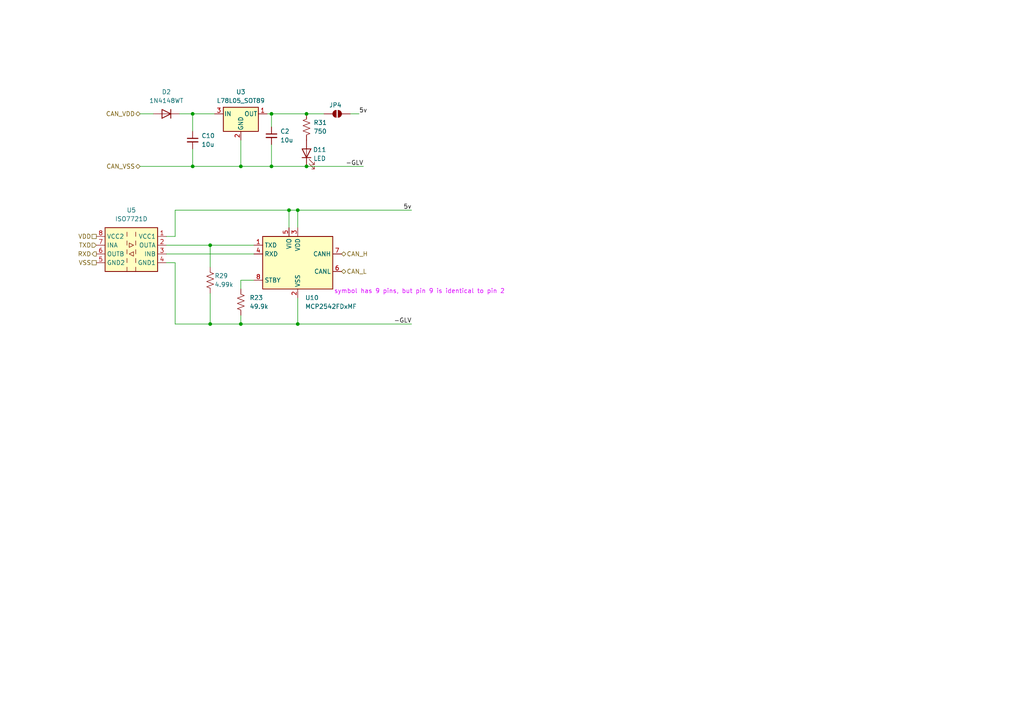
<source format=kicad_sch>
(kicad_sch (version 20250114) (generator "eeschema") (generator_version "9.0")
  (paper "A4")
  (lib_symbols
    (symbol "Device:C_Small" (pin_numbers (hide yes)) (pin_names (offset 0.254) (hide yes))
      (property "Reference" "C" (at 0.254 1.778 0))
      (property "Value" "C_Small" (at 0.254 -2.032 0))
      (symbol "C_Small_0_1"
        (polyline (pts (xy -1.524 0.508) (xy 1.524 0.508)) (stroke (width 0.3048)))
        (polyline (pts (xy -1.524 -0.508) (xy 1.524 -0.508)) (stroke (width 0.3302)))
      )
      (symbol "C_Small_1_1"
        (pin passive line (at 0 2.54 270) (length 2.032) (name "~") (number "1"))
        (pin passive line (at 0 -2.54 90) (length 2.032) (name "~") (number "2"))
      )
    )
    (symbol "Device:LED" (pin_numbers (hide yes)) (pin_names (offset 1.016) (hide yes))
      (property "Reference" "D" (at 0 2.54 0))
      (property "Value" "LED" (at 0 -2.54 0))
      (symbol "LED_0_1"
        (polyline (pts (xy -3.048 -0.762) (xy -4.572 -2.286) (xy -3.81 -2.286) (xy -4.572 -2.286) (xy -4.572 -1.524)))
        (polyline (pts (xy -1.778 -0.762) (xy -3.302 -2.286) (xy -2.54 -2.286) (xy -3.302 -2.286) (xy -3.302 -1.524)))
        (polyline (pts (xy -1.27 0) (xy 1.27 0)))
        (polyline (pts (xy -1.27 -1.27) (xy -1.27 1.27)) (stroke (width 0.254)))
        (polyline (pts (xy 1.27 -1.27) (xy 1.27 1.27) (xy -1.27 0) (xy 1.27 -1.27)) (stroke (width 0.254)))
      )
      (symbol "LED_1_1"
        (pin passive line (at -3.81 0 0) (length 2.54) (name "K") (number "1"))
        (pin passive line (at 3.81 0 180) (length 2.54) (name "A") (number "2"))
      )
    )
    (symbol "Device:R_US" (pin_numbers (hide yes)) (pin_names (offset 0))
      (property "Reference" "R" (at 2.54 0 90))
      (property "Value" "R_US" (at -2.54 0 90))
      (symbol "R_US_0_1"
        (polyline (pts (xy 0 2.286) (xy 0 2.54)))
        (polyline (pts (xy 0 2.286) (xy 1.016 1.905) (xy 0 1.524) (xy -1.016 1.143) (xy 0 0.762)))
        (polyline (pts (xy 0 0.762) (xy 1.016 0.381) (xy 0 0) (xy -1.016 -0.381) (xy 0 -0.762)))
        (polyline (pts (xy 0 -0.762) (xy 1.016 -1.143) (xy 0 -1.524) (xy -1.016 -1.905) (xy 0 -2.286)))
        (polyline (pts (xy 0 -2.286) (xy 0 -2.54)))
      )
      (symbol "R_US_1_1"
        (pin passive line (at 0 3.81 270) (length 1.27) (name "~") (number "1"))
        (pin passive line (at 0 -3.81 90) (length 1.27) (name "~") (number "2"))
      )
    )
    (symbol "Diode:1N4148WT" (pin_numbers (hide yes)) (pin_names (hide yes))
      (property "Reference" "D" (at 0 2.54 0))
      (property "Value" "1N4148WT" (at 0 -2.54 0))
      (symbol "1N4148WT_0_1"
        (polyline (pts (xy -1.27 1.27) (xy -1.27 -1.27)) (stroke (width 0.254)))
        (polyline (pts (xy 1.27 1.27) (xy 1.27 -1.27) (xy -1.27 0) (xy 1.27 1.27)) (stroke (width 0.254)))
        (polyline (pts (xy 1.27 0) (xy -1.27 0)))
      )
      (symbol "1N4148WT_1_1"
        (pin passive line (at -3.81 0 0) (length 2.54) (name "K") (number "1"))
        (pin passive line (at 3.81 0 180) (length 2.54) (name "A") (number "2"))
      )
    )
    (symbol "Interface_CAN_LIN:MCP2542FDxMF"
      (property "Reference" "U" (at -10.16 8.89 0))
      (property "Value" "MCP2542FDxMF" (at 2.54 8.89 0))
      (symbol "MCP2542FDxMF_0_1"
        (rectangle (start -10.16 7.62) (end 10.16 -7.62) (stroke (width 0.254)) (fill (type background)))
      )
      (symbol "MCP2542FDxMF_1_1"
        (pin input line (at -12.7 5.08 0) (length 2.54) (name "TXD") (number "1"))
        (pin output line (at -12.7 2.54 0) (length 2.54) (name "RXD") (number "4"))
        (pin input line (at -12.7 -5.08 0) (length 2.54) (name "STBY") (number "8"))
        (pin power_in line (at -2.54 10.16 270) (length 2.54) (name "VIO") (number "5"))
        (pin power_in line (at 0 10.16 270) (length 2.54) (name "VDD") (number "3"))
        (pin power_in line (at 0 -10.16 90) (length 2.54) (name "VSS") (number "2"))
        (pin passive line (at 0 -10.16 90) (length 2.54) (hide yes) (name "VSS") (number "9"))
        (pin bidirectional line (at 12.7 2.54 180) (length 2.54) (name "CANH") (number "7"))
        (pin bidirectional line (at 12.7 -2.54 180) (length 2.54) (name "CANL") (number "6"))
      )
    )
    (symbol "Isolator:ISO7721D"
      (property "Reference" "U" (at 0 10.795 0))
      (property "Value" "ISO7721D" (at 0 8.89 0))
      (symbol "ISO7721D_0_1"
        (rectangle (start -7.62 7.62) (end 7.62 -5.08) (stroke (width 0.254)) (fill (type background)))
        (polyline (pts (xy -1.27 6.35) (xy -1.27 5.08)))
        (polyline (pts (xy -1.27 3.81) (xy -1.27 2.54)))
        (polyline (pts (xy -1.27 1.27) (xy -1.27 0)))
        (polyline (pts (xy -1.27 -1.27) (xy -1.27 -2.54)))
        (polyline (pts (xy -1.27 -3.81) (xy -1.27 -5.08)))
        (polyline (pts (xy -0.635 2.54) (xy 0.635 3.175) (xy 0.635 1.905) (xy -0.635 2.54)))
        (polyline (pts (xy -0.635 0.635) (xy -0.635 -0.635) (xy 0.635 0) (xy -0.635 0.635)))
        (polyline (pts (xy 1.27 6.35) (xy 1.27 5.08)))
        (polyline (pts (xy 1.27 3.81) (xy 1.27 2.54)))
        (polyline (pts (xy 1.27 1.27) (xy 1.27 0)))
        (polyline (pts (xy 1.27 -1.27) (xy 1.27 -2.54)))
        (polyline (pts (xy 1.27 -3.81) (xy 1.27 -5.08)))
      )
      (symbol "ISO7721D_1_1"
        (pin power_in line (at -10.16 5.08 0) (length 2.54) (name "VCC1") (number "1"))
        (pin output line (at -10.16 2.54 0) (length 2.54) (name "OUTA") (number "2"))
        (pin input line (at -10.16 0 0) (length 2.54) (name "INB") (number "3"))
        (pin power_in line (at -10.16 -2.54 0) (length 2.54) (name "GND1") (number "4"))
        (pin power_in line (at 10.16 5.08 180) (length 2.54) (name "VCC2") (number "8"))
        (pin input line (at 10.16 2.54 180) (length 2.54) (name "INA") (number "7"))
        (pin output line (at 10.16 0 180) (length 2.54) (name "OUTB") (number "6"))
        (pin power_in line (at 10.16 -2.54 180) (length 2.54) (name "GND2") (number "5"))
      )
    )
    (symbol "Jumper:SolderJumper_2_Open" (pin_numbers (hide yes)) (pin_names (offset 0) (hide yes)) (in_bom no)
      (property "Reference" "JP" (at 0 2.032 0))
      (property "Value" "SolderJumper_2_Open" (at 0 -2.54 0))
      (symbol "SolderJumper_2_Open_0_1"
        (polyline (pts (xy -0.254 1.016) (xy -0.254 -1.016)))
        (arc (start -0.254 -1.016) (mid -1.2656 0) (end -0.254 1.016))
        (arc (start -0.254 -1.016) (mid -1.2656 0) (end -0.254 1.016) (fill (type outline)))
        (arc (start 0.254 1.016) (mid 1.2656 0) (end 0.254 -1.016))
        (arc (start 0.254 1.016) (mid 1.2656 0) (end 0.254 -1.016) (fill (type outline)))
        (polyline (pts (xy 0.254 1.016) (xy 0.254 -1.016)))
      )
      (symbol "SolderJumper_2_Open_1_1"
        (pin passive line (at -3.81 0 0) (length 2.54) (name "A") (number "1"))
        (pin passive line (at 3.81 0 180) (length 2.54) (name "B") (number "2"))
      )
    )
    (symbol "Regulator_Linear:L78L05_SOT89" (pin_names (offset 0.254))
      (property "Reference" "U" (at -3.81 3.175 0))
      (property "Value" "L78L05_SOT89" (at -0.635 3.175 0))
      (symbol "L78L05_SOT89_0_1"
        (rectangle (start -5.08 1.905) (end 5.08 -5.08) (stroke (width 0.254)) (fill (type background)))
      )
      (symbol "L78L05_SOT89_1_1"
        (pin power_in line (at -7.62 0 0) (length 2.54) (name "IN") (number "3"))
        (pin power_in line (at 0 -7.62 90) (length 2.54) (name "GND") (number "2"))
        (pin power_out line (at 7.62 0 180) (length 2.54) (name "OUT") (number "1"))
      )
    )
  )
  (text "symbol has 9 pins, but pin 9 is identical to pin 2" (at 121.666 84.582 0) (effects (font (size 1.27 1.27))))
  (junction (at 78.74 33.02))
  (junction (at 78.74 48.26))
  (junction (at 55.88 48.26))
  (junction (at 86.36 93.98))
  (junction (at 60.96 93.98))
  (junction (at 88.9 48.26))
  (junction (at 55.88 33.02))
  (junction (at 69.85 48.26))
  (junction (at 69.85 93.98))
  (junction (at 60.96 71.12))
  (junction (at 83.82 60.96))
  (junction (at 86.36 60.96))
  (junction (at 88.9 33.02))
  (wire (pts (xy 69.85 93.98) (xy 86.36 93.98)))
  (wire (pts (xy 88.9 48.26) (xy 105.41 48.26)))
  (wire (pts (xy 78.74 33.02) (xy 78.74 36.83)))
  (wire (pts (xy 86.36 60.96) (xy 83.82 60.96)))
  (wire (pts (xy 50.8 76.2) (xy 50.8 93.98)))
  (wire (pts (xy 77.47 33.02) (xy 78.74 33.02)))
  (wire (pts (xy 78.74 48.26) (xy 88.9 48.26)))
  (wire (pts (xy 50.8 76.2) (xy 48.26 76.2)))
  (wire (pts (xy 40.64 33.02) (xy 44.45 33.02)))
  (wire (pts (xy 40.64 48.26) (xy 55.88 48.26)))
  (wire (pts (xy 48.26 73.66) (xy 73.66 73.66)))
  (wire (pts (xy 48.26 68.58) (xy 50.8 68.58)))
  (wire (pts (xy 83.82 60.96) (xy 50.8 60.96)))
  (wire (pts (xy 69.85 91.44) (xy 69.85 93.98)))
  (wire (pts (xy 78.74 33.02) (xy 88.9 33.02)))
  (wire (pts (xy 50.8 93.98) (xy 60.96 93.98)))
  (wire (pts (xy 60.96 71.12) (xy 73.66 71.12)))
  (wire (pts (xy 55.88 33.02) (xy 62.23 33.02)))
  (wire (pts (xy 55.88 48.26) (xy 69.85 48.26)))
  (wire (pts (xy 48.26 71.12) (xy 60.96 71.12)))
  (wire (pts (xy 69.85 93.98) (xy 60.96 93.98)))
  (wire (pts (xy 83.82 60.96) (xy 83.82 66.04)))
  (wire (pts (xy 69.85 40.64) (xy 69.85 48.26)))
  (wire (pts (xy 86.36 93.98) (xy 86.36 86.36)))
  (wire (pts (xy 86.36 60.96) (xy 86.36 66.04)))
  (wire (pts (xy 52.07 33.02) (xy 55.88 33.02)))
  (wire (pts (xy 88.9 33.02) (xy 93.98 33.02)))
  (wire (pts (xy 69.85 81.28) (xy 69.85 83.82)))
  (wire (pts (xy 86.36 60.96) (xy 119.38 60.96)))
  (wire (pts (xy 55.88 48.26) (xy 55.88 43.18)))
  (wire (pts (xy 69.85 48.26) (xy 78.74 48.26)))
  (wire (pts (xy 55.88 38.1) (xy 55.88 33.02)))
  (wire (pts (xy 86.36 93.98) (xy 119.38 93.98)))
  (wire (pts (xy 50.8 60.96) (xy 50.8 68.58)))
  (wire (pts (xy 101.6 33.02) (xy 104.14 33.02)))
  (wire (pts (xy 78.74 41.91) (xy 78.74 48.26)))
  (wire (pts (xy 60.96 85.09) (xy 60.96 93.98)))
  (wire (pts (xy 60.96 71.12) (xy 60.96 77.47)))
  (wire (pts (xy 69.85 81.28) (xy 73.66 81.28)))
  (label "5v" (at 104.14 33.02 0))
  (label "-GLV" (at 119.38 93.98 180))
  (label "-GLV" (at 105.41 48.26 180))
  (label "5v" (at 119.38 60.96 180))
  (hierarchical_label "CAN_VDD" (shape bidirectional) (at 40.64 33.02 180))
  (hierarchical_label "VDD" (shape passive) (at 27.94 68.58 180))
  (hierarchical_label "CAN_H" (shape bidirectional) (at 99.06 73.66 0))
  (hierarchical_label "CAN_VSS" (shape bidirectional) (at 40.64 48.26 180))
  (hierarchical_label "VSS" (shape passive) (at 27.94 76.2 180))
  (hierarchical_label "RXD" (shape output) (at 27.94 73.66 180))
  (hierarchical_label "CAN_L" (shape bidirectional) (at 99.06 78.74 0))
  (hierarchical_label "TXD" (shape input) (at 27.94 71.12 180))
  (symbol (lib_id "Diode:1N4148WT") (at 48.26 33.02 180) (unit 1)
    (property "Reference" "D2" (at 48.26 26.67 0))
    (property "Value" "1N4148WT" (at 48.26 29.21 0))
    (property "Footprint" "Diode_SMD:D_SOD-523" (effects (hide yes)))
    (property "Datasheet" "https://www.diodes.com/assets/Datasheets/ds30396.pdf" (effects (hide yes)))
    (property "Description" "75V 0.15A Fast switching Diode, SOD-523" (effects (hide yes)))
    (property "Sim.Device" "D" (effects (hide yes)))
    (property "Sim.Pins" "1=K 2=A" (effects (hide yes)))
    (property "mouser" "https://www.mouser.com/ProductDetail/onsemi-Fairchild/1N4148WT?qs=2%2FYqgE%252BHg%252BJTXBWnIBbu3Q%3D%3D&utm_id=9523809487&utm_source=google&utm_medium=cpc&utm_marketing_tactic=amercorp&gad_source=1&gad_campaignid=9523809487&gclid=CjwKCAjw3tzHBhBREiwAlMJoUkuAdbybt-_rgxtK7uwQ9eslzI6fWl0nvYir_ccWJXBqixHFfyIeLBoCDO0QAvD_BwE" (effects (hide yes)))
    (property "unit x10" "0.069" (effects (hide yes)))
    (property "unit x1" "0.10" (effects (hide yes)))
  )
  (symbol (lib_id "Device:C_Small") (at 55.88 40.64 0) (unit 1)
    (property "Reference" "C10" (at 58.42 39.3762 0) (effects (justify left)))
    (property "Value" "10u" (at 58.42 41.9162 0) (effects (justify left)))
    (property "Footprint" "Capacitor_SMD:C_1206_3216Metric_Pad1.33x1.80mm_HandSolder" (effects (hide yes)))
    (property "Description" "50Vdc, 10%, +125C" (effects (hide yes)))
    (property "mouser" "https://www.mouser.com/ProductDetail/Samsung-Electro-Mechanics/CL31A106KBHNNNE?qs=sGAEpiMZZMsh%252B1woXyUXjxqcB7t9naYpzWmpMbMJIKQ%3D" (effects (hide yes)))
    (property "specs" "10uF, 50VDC, X5R, 10%, -55C, +85C" (effects (hide yes)))
    (property "unit x10" "0.07" (effects (hide yes)))
  )
  (symbol (lib_id "Device:R_US") (at 60.96 81.28 0) (unit 1)
    (property "Reference" "R29" (at 62.23 80.01 0) (effects (justify left)))
    (property "Value" "4.99k" (at 62.23 82.55 0) (effects (justify left)))
    (property "Footprint" "Resistor_SMD:R_1206_3216Metric_Pad1.30x1.75mm_HandSolder" (effects (hide yes)))
    (property "Description" "Resistor, US symbol" (effects (hide yes)))
    (property "mouser" "https://www.mouser.com/ProductDetail/SEI-Stackpole/RNCP1206FTD4K99?qs=sGAEpiMZZMvdGkrng054tyMPH50YnZ95yR%2FF2bQQIaAb5UdPiGbTtQ%3D%3D" (effects (hide yes)))
    (property "specs" "4.99kOhm, 200V, 500mW, 1%, 100PPM, -55C, +155C" (effects (hide yes)))
    (property "unit x10" "0.017" (effects (hide yes)))
  )
  (symbol (lib_id "Isolator:ISO7721D") (at 38.1 73.66 0) (mirror y) (unit 1)
    (property "Reference" "U5" (at 38.1 60.96 0))
    (property "Value" "ISO7721D" (at 38.1 63.5 0))
    (property "Footprint" "Package_SO:SOIC-8_3.9x4.9mm_P1.27mm" (effects (hide yes)))
    (property "Datasheet" "https://www.ti.com/lit/ds/symlink/iso7721.pdf" (effects (hide yes)))
    (property "Description" "Low Power Dual-Channel 1/1 Digital Isolator, 100Mbps 11ns, Fail-Safe High, SOIC-8 (150mil)" (effects (hide yes)))
    (property "mouser" "https://www.mouser.com/ProductDetail/Texas-Instruments/ISO7721FDR?qs=0C8XhJW8e4q%2Fbyy%252BjjA6jQ%3D%3D" (effects (hide yes)))
    (property "specs" "3000Vrms, 100Mb/s, unidir, 17ns prop, 3.9ns R&F" (effects (hide yes)))
    (property "unit x10" "1.22" (effects (hide yes)))
  )
  (symbol (lib_id "Device:R_US") (at 69.85 87.63 180) (unit 1)
    (property "Reference" "R23" (at 72.39 86.3599 0) (effects (justify right)))
    (property "Value" "49.9k" (at 72.39 88.8999 0) (effects (justify right)))
    (property "Footprint" "Resistor_SMD:R_1206_3216Metric_Pad1.30x1.75mm_HandSolder" (effects (hide yes)))
    (property "Description" "0.1% , +155C, 255mW, 200V" (effects (hide yes)))
    (property "mouser" "https://www.mouser.com/ProductDetail/SEI-Stackpole/RNCP1206FTD49K9?qs=sGAEpiMZZMtlubZbdhIBIA%252B43obPAL0t%252Bb%2FrZA8g8Pk%3D" (effects (hide yes)))
    (property "specs" "49.9kOhms, 500mW, 1%, 200V, 100PPM, -55C, +155C" (effects (hide yes)))
    (property "unit x10" "0.014" (effects (hide yes)))
  )
  (symbol (lib_id "Regulator_Linear:L78L05_SOT89") (at 69.85 33.02 0) (unit 1)
    (property "Reference" "U3" (at 69.85 26.67 0))
    (property "Value" "L78L05_SOT89" (at 69.85 29.21 0))
    (property "Footprint" "Package_TO_SOT_SMD:SOT-89-3" (effects (hide yes)))
    (property "Datasheet" "http://www.st.com/content/ccc/resource/technical/document/datasheet/15/55/e5/aa/23/5b/43/fd/CD00000446.pdf/files/CD00000446.pdf/jcr:content/translations/en.CD00000446.pdf" (effects (hide yes)))
    (property "Description" "Positive 100mA 30V Linear Regulator, Fixed Output 5V, SOT-89" (effects (hide yes)))
  )
  (symbol (lib_id "Interface_CAN_LIN:MCP2542FDxMF") (at 86.36 76.2 0) (unit 1)
    (property "Reference" "U10" (at 88.5033 86.36 0) (effects (justify left)))
    (property "Value" "MCP2542FDxMF" (at 88.5033 88.9 0) (effects (justify left)))
    (property "Footprint" "zzLocalLibraries-Footprints:SOIC-8_4.9x6.0mm_P1.27mm" (effects (hide yes)))
    (property "Datasheet" "http://ww1.microchip.com/downloads/en/DeviceDoc/MCP2542FD-4FD-MCP2542WFD-4WFD-Data-Sheet20005514B.pdf" (effects (hide yes)))
    (property "Description" "CAN-FD Transceiver, Wake-Up on CAN activity, 8Mbps, 5V supply, STBY pin, 3x3 DFN-8" (effects (hide yes)))
    (property "mouser" "https://www.mouser.com/ProductDetail/579-MCP2542FD-E-SN" (effects (hide yes)))
    (property "unit x10" "0.86" (effects (hide yes)))
  )
  (symbol (lib_id "Jumper:SolderJumper_2_Open") (at 97.79 33.02 0) (unit 1) (in_bom no)
    (property "Reference" "JP4" (at 97.282 30.48 0))
    (property "Value" "SolderJumper_2_Open" (effects (hide yes)))
    (property "Footprint" "Jumper:SolderJumper-2_P1.3mm_Open_TrianglePad1.0x1.5mm" (effects (hide yes)))
    (property "Description" "Solder Jumper, 2-pole, open" (effects (hide yes)))
  )
  (symbol (lib_id "Device:LED") (at 88.9 44.45 90) (unit 1)
    (property "Reference" "D11" (at 92.71 43.434 90))
    (property "Value" "LED" (at 92.71 45.974 90))
    (property "Footprint" "LED_SMD:LED_0603_1608Metric" (effects (hide yes)))
    (property "Description" "Amber LED, 5mA, 1.9Vf, 5Vr, 75mW" (effects (hide yes)))
    (property "Sim.Pins" "1=K 2=A" (effects (hide yes)))
    (property "mouser" "https://www.mouser.com/ProductDetail/Inolux/IN-S63AT5A?qs=sGAEpiMZZMusoohG2hS%252B168PbK3Wnfgfrs6xlVjjR%2FyR990S%252B53E4A%3D%3D" (effects (hide yes)))
    (property "specs" "amber, 5mA, 1.9V, 75mW, -40C, +85C" (effects (hide yes)))
    (property "unit x10" "0.118" (effects (hide yes)))
  )
  (symbol (lib_id "Device:R_US") (at 88.9 36.83 0) (mirror y) (unit 1)
    (property "Reference" "R31" (at 90.932 35.56 0) (effects (justify right)))
    (property "Value" "750" (at 90.932 38.1 0) (effects (justify right)))
    (property "Footprint" "Resistor_SMD:R_1206_3216Metric_Pad1.30x1.75mm_HandSolder" (effects (hide yes)))
    (property "Datasheet" "https://www.mouser.com/ProductDetail/Panasonic/ERJ-P08F6800V?qs=iIVTEDlrHA3SVAPfz%2FMedg%3D%3D" (effects (hide yes)))
    (property "Description" "Resistor, US symbol" (effects (hide yes)))
    (property "mouser" "https://www.mouser.com/ProductDetail/YAGEO/RC1206JR-13750RL?qs=sGAEpiMZZMvdGkrng054t8AJgcdMkx7xRBGyMWDk%2FFM%3D" (effects (hide yes)))
    (property "specs" "750mOhm, 250mW, 5%, 100PPM, 200C, -55C, +155C" (effects (hide yes)))
    (property "unit x10" "0.022" (effects (hide yes)))
  )
  (symbol (lib_id "Device:C_Small") (at 78.74 39.37 0) (unit 1)
    (property "Reference" "C2" (at 81.28 38.1062 0) (effects (justify left)))
    (property "Value" "10u" (at 81.28 40.6462 0) (effects (justify left)))
    (property "Footprint" "Capacitor_SMD:C_1206_3216Metric_Pad1.33x1.80mm_HandSolder" (effects (hide yes)))
    (property "Description" "50Vdc, 10%, +125C" (effects (hide yes)))
    (property "mouser" "https://www.mouser.com/ProductDetail/Samsung-Electro-Mechanics/CL31A106KBHNNNE?qs=sGAEpiMZZMsh%252B1woXyUXjxqcB7t9naYpzWmpMbMJIKQ%3D" (effects (hide yes)))
    (property "specs" "10uF, 50VDC, X5R, 10%, -55C, +85C" (effects (hide yes)))
    (property "unit x10" "0.07" (effects (hide yes)))
  )
)
</source>
